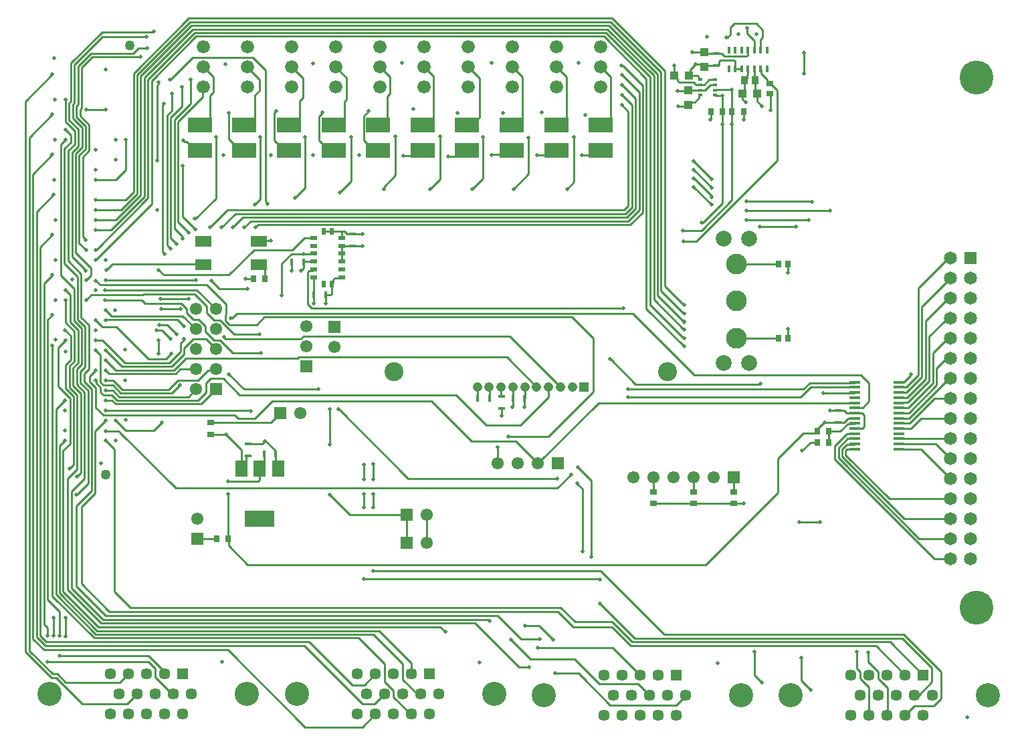
<source format=gtl>
G04*
G04 #@! TF.GenerationSoftware,Altium Limited,Altium Designer,20.0.10 (225)*
G04*
G04 Layer_Physical_Order=1*
G04 Layer_Color=255*
%FSLAX25Y25*%
%MOIN*%
G70*
G01*
G75*
%ADD12C,0.01000*%
%ADD54R,0.12000X0.07600*%
%ADD55R,0.01929X0.01772*%
%ADD56R,0.05800X0.01400*%
%ADD57R,0.05906X0.07874*%
%ADD58R,0.14961X0.07874*%
%ADD59R,0.03400X0.02200*%
%ADD60R,0.02200X0.03400*%
%ADD61R,0.07874X0.05512*%
%ADD62R,0.01575X0.03307*%
%ADD63R,0.01772X0.03347*%
%ADD64R,0.03347X0.01772*%
%ADD65R,0.03150X0.03543*%
%ADD66R,0.02756X0.03543*%
%ADD67R,0.03347X0.02756*%
%ADD68R,0.04331X0.04331*%
%ADD69R,0.04331X0.04331*%
%ADD70R,0.03543X0.03937*%
%ADD71R,0.03543X0.02756*%
%ADD72C,0.02000*%
%ADD73C,0.05000*%
%ADD74C,0.09449*%
%ADD75C,0.04756*%
%ADD76R,0.04756X0.04756*%
%ADD77C,0.12000*%
%ADD78C,0.05700*%
%ADD79R,0.05700X0.05700*%
%ADD80C,0.06600*%
%ADD81C,0.07900*%
%ADD82C,0.10300*%
%ADD83C,0.06496*%
%ADD84R,0.06496X0.06496*%
%ADD85R,0.06102X0.06102*%
%ADD86C,0.06102*%
%ADD87C,0.16900*%
%ADD88R,0.06102X0.06102*%
D12*
X142681Y249500D02*
G03*
X141319Y249500I-681J-4500D01*
G01*
X387700Y147300D02*
X397900D01*
X389900Y371000D02*
Y381200D01*
X376600Y327700D02*
Y362656D01*
X373295Y365961D02*
X376600Y362656D01*
X336300Y287400D02*
X376600Y327700D01*
X372705Y365961D02*
X373295D01*
X347673Y375433D02*
Y376914D01*
X348259Y377500D02*
X355202D01*
X347673Y376914D02*
X348259Y377500D01*
X355787Y373224D02*
Y376914D01*
X355202Y377500D02*
X355787Y376914D01*
X68500Y273000D02*
X71000Y270500D01*
X103500D01*
X87500Y263000D02*
X97000Y253500D01*
X41600Y263000D02*
X87500D01*
X61735Y256400D02*
X79617D01*
X60643Y260500D02*
X61143Y261000D01*
X79617Y256400D02*
X82371Y253646D01*
X60135Y258000D02*
X61735Y256400D01*
X86273Y261000D02*
X92449Y254824D01*
X69346Y258700D02*
X83500D01*
X61143Y261000D02*
X86273D01*
X37000Y267700D02*
X39200Y265500D01*
X92500D01*
X102000Y256000D01*
X159737Y269105D02*
X160037Y269405D01*
X156205Y269105D02*
X159737D01*
X154724Y266047D02*
X155324Y266647D01*
Y268224D01*
X156205Y269105D01*
X154724Y261133D02*
Y266047D01*
X85200Y379100D02*
X115200D01*
X74107Y368093D02*
X74193D01*
X85200Y379100D01*
X121600Y307286D02*
Y372700D01*
X115200Y379100D02*
X121600Y372700D01*
X112800Y373900D02*
Y374153D01*
X118700Y362489D02*
Y368000D01*
X112800Y373900D02*
X118700Y368000D01*
X140430Y358880D02*
Y368523D01*
X134800Y374153D02*
X140430Y368523D01*
X161900Y357833D02*
Y368876D01*
X156800Y373976D02*
Y374153D01*
Y373976D02*
X161900Y368876D01*
X183600Y361072D02*
Y369353D01*
X178800Y374153D02*
X183600Y369353D01*
X200800Y374153D02*
X200800D01*
X205400Y348500D02*
Y369553D01*
X200800Y374153D02*
X205400Y369553D01*
X222800Y374153D02*
X228300Y368653D01*
Y349100D02*
Y368653D01*
X249700Y348500D02*
Y369253D01*
X244800Y374153D02*
X249700Y369253D01*
X293700Y348500D02*
Y369253D01*
X288800Y374153D02*
X293700Y369253D01*
X271800Y348500D02*
Y369153D01*
X266800Y374153D02*
X271800Y369153D01*
X40500Y244500D02*
X47504D01*
X37100Y247900D02*
X40500Y244500D01*
X47504D02*
X63504Y228500D01*
X68500Y231450D02*
Y238100D01*
X109745Y174886D02*
X111927Y177068D01*
Y180061D01*
X112313Y180447D02*
X113100D01*
X111927Y180061D02*
X112313Y180447D01*
X103000Y167600D02*
X118010D01*
X118800Y168390D01*
Y173902D01*
X120847Y175949D01*
X366543Y357157D02*
Y361000D01*
Y357157D02*
X368900Y354800D01*
Y354800D02*
Y354800D01*
X365657Y361886D02*
X366543Y361000D01*
X351300Y389077D02*
X352077D01*
X337717Y358916D02*
Y359776D01*
X338102Y360161D01*
X335580Y356780D02*
X337717Y358916D01*
X338102Y360161D02*
X338181D01*
X333823Y356780D02*
X335580D01*
X332157Y362200D02*
X332500Y362543D01*
X326900Y362200D02*
X332157D01*
X332402Y362445D02*
X332677Y362720D01*
X328071Y366500D02*
X335000D01*
X325457Y370000D02*
X327122Y368335D01*
Y367449D02*
Y368335D01*
Y367449D02*
X328071Y366500D01*
X332720Y369823D02*
X337012D01*
X337717Y369118D01*
Y368224D02*
Y369118D01*
Y368224D02*
X338102Y367839D01*
X338181D01*
X164225Y339275D02*
X164300Y339200D01*
X447221Y61100D02*
X453750Y67629D01*
X444900Y61100D02*
X447221D01*
X197300Y61500D02*
X199000D01*
X190000Y68800D02*
Y76500D01*
Y68800D02*
X197300Y61500D01*
X66550Y69950D02*
X75000Y61500D01*
X66550Y69950D02*
Y74450D01*
X75000Y61500D02*
X75700D01*
X17454Y69500D02*
X30454Y56500D01*
X52700D01*
X57700Y61500D01*
X49050Y67350D02*
X53200Y71500D01*
X22150Y67350D02*
X49050D01*
X18000Y71500D02*
X22150Y67350D01*
X15600Y71500D02*
X18000D01*
X4000Y83100D02*
X15600Y71500D01*
X4000Y83100D02*
Y339000D01*
X19000Y80500D02*
X63472D01*
X71200Y71500D02*
Y72772D01*
X63472Y80500D02*
X71200Y72772D01*
X63500Y77500D02*
X66550Y74450D01*
X13000Y77500D02*
X63500D01*
X15000Y69500D02*
X17454D01*
X2000Y82500D02*
X15000Y69500D01*
X2000Y82500D02*
Y357000D01*
X169900Y56500D02*
X176000D01*
X11919Y85500D02*
X140900D01*
X169900Y56500D01*
X165000Y66000D02*
X171000D01*
X12415Y87550D02*
X143450D01*
X165000Y66000D01*
X299572Y375128D02*
X309700Y365000D01*
X299028Y375128D02*
X299572D01*
X83272Y398500D02*
X294500Y398500D01*
X320700Y372300D01*
Y264900D02*
Y372300D01*
X84018Y396700D02*
X293700Y396700D01*
X318800Y262800D02*
Y371600D01*
X293700Y396700D02*
X318800Y371600D01*
X84763Y394900D02*
X292800Y394900D01*
X317000Y260400D02*
Y370700D01*
X292800Y394900D02*
X317000Y370700D01*
X292000Y393100D02*
X315200Y369900D01*
Y258300D02*
Y369900D01*
X291946Y393100D02*
X291946Y393100D01*
X292000D01*
X85509Y393100D02*
X291946D01*
X86254Y391300D02*
X291200Y391300D01*
X313300Y369200D01*
Y255700D02*
Y369200D01*
X311500Y253600D02*
Y368300D01*
X87000Y389500D02*
X290300Y389500D01*
X311500Y368300D01*
X286500Y330300D02*
X288800Y332600D01*
X279200Y330300D02*
X286500D01*
X234400Y330400D02*
X234521Y330521D01*
X241199D01*
X243278Y332600D01*
X257100Y330200D02*
X264189D01*
X266589Y332600D01*
X230000Y318600D02*
Y339400D01*
X224800Y313400D02*
X230000Y318600D01*
X32300Y258054D02*
X32300D01*
X34746Y260500D02*
X60643D01*
X32300Y258054D02*
X34746Y260500D01*
X26000Y176000D02*
Y209863D01*
X24000Y174000D02*
Y174000D01*
X26000Y176000D01*
X42000Y188000D02*
X46500Y183500D01*
Y112500D02*
Y183500D01*
X76850Y164150D02*
X267114D01*
X49111Y191889D02*
X76850Y164150D01*
X159806Y277229D02*
Y281166D01*
X334443Y381543D02*
X340500D01*
X334400Y381500D02*
X334443Y381543D01*
X373000Y361039D02*
X373300Y360739D01*
Y352500D02*
Y360739D01*
X371827Y360161D02*
X372705Y361039D01*
X359976Y348024D02*
X360000Y348000D01*
X372705Y361039D02*
X373000D01*
X352077Y389077D02*
X353500Y390500D01*
X239300Y200300D02*
Y203947D01*
X346500Y375047D02*
X347287D01*
X347673Y375433D01*
X341043Y375000D02*
X346453D01*
X346500Y375047D01*
X372711Y365961D02*
X373000D01*
X371833Y366839D02*
X372711Y365961D01*
X371833Y366839D02*
Y367967D01*
X368673Y371127D02*
X371833Y367967D01*
X368673Y371127D02*
Y372937D01*
X368386Y373224D02*
X368673Y372937D01*
X365500Y367500D02*
Y372960D01*
X331457Y354500D02*
X332457Y355500D01*
X118500Y287626D02*
X118626Y287500D01*
X162413Y291040D02*
X164912D01*
X159787Y292347D02*
X161106D01*
X164912Y291040D02*
X165000Y290953D01*
X161106Y292347D02*
X162413Y291040D01*
X121500Y187800D02*
X121740D01*
X113100Y186353D02*
X120053D01*
X121500Y187800D01*
X103220Y139017D02*
X103300Y138937D01*
Y135500D02*
X112800Y126000D01*
X103300Y135500D02*
Y138937D01*
X112800Y126000D02*
X341000D01*
X393200Y187000D02*
X396547D01*
X389100Y182900D02*
X389100D01*
X393200Y187000D01*
X377100Y179000D02*
X389700Y191600D01*
X341000Y126000D02*
X377100Y162100D01*
Y179000D01*
X396041Y191600D02*
X396500Y192059D01*
X389700Y191600D02*
X396041D01*
X396381Y192178D02*
Y193381D01*
X63504Y228500D02*
X71900D01*
X180600Y313400D02*
Y314400D01*
X158700Y311600D02*
Y311800D01*
X399700Y211800D02*
X415200D01*
X415300Y211900D01*
X385700Y294800D02*
X385850Y294650D01*
X361200Y297900D02*
X392200D01*
X361300Y302500D02*
X403100D01*
X242600Y190100D02*
X262799D01*
X285000Y212301D01*
X153600Y185900D02*
Y203600D01*
X153100Y161000D02*
X153700D01*
X163700Y151000D01*
X103500Y221000D02*
X111000Y213500D01*
X148000D01*
X368353Y216053D02*
X368441Y216141D01*
X293498Y228502D02*
X293698D01*
X306147Y216053D02*
X368353D01*
X293698Y228502D02*
X306147Y216053D01*
X305800Y89300D02*
X439021D01*
X288500Y106600D02*
X305800Y89300D01*
X94000Y359994D02*
X95600Y361594D01*
X88900Y345200D02*
X90700D01*
X94000Y348500D01*
Y359994D01*
X116300Y360089D02*
X118700Y362489D01*
X111111Y345200D02*
X113000D01*
X116300Y348500D01*
Y360089D01*
X133322Y345200D02*
X135522D01*
X138822Y348500D01*
Y357273D01*
X140430Y358880D01*
X161033Y356967D02*
X161900Y357833D01*
X182300Y359772D02*
X183600Y361072D01*
X175944Y343400D02*
X177744Y345200D01*
X182300Y348500D02*
Y359772D01*
X177744Y345200D02*
X179000D01*
X182300Y348500D01*
X202100Y345200D02*
X205400Y348500D01*
X199955Y345200D02*
X202100D01*
X288800D02*
X290400D01*
X293700Y348500D01*
X268500Y345200D02*
X271800Y348500D01*
X266589Y345200D02*
X268500D01*
X244378D02*
X246400D01*
X249700Y348500D01*
X329900Y287400D02*
X336300D01*
X338900Y292800D02*
X354047Y307947D01*
X329600Y292800D02*
X338900D01*
X151740Y260547D02*
X154139D01*
X154724Y261133D01*
X332500Y355457D02*
X333823Y356780D01*
X333480Y373080D02*
X335900Y375500D01*
X332543Y370000D02*
X333480Y370936D01*
Y373080D01*
X335900Y375500D02*
X339457D01*
X116289Y198900D02*
X124889Y207500D01*
X106285Y200500D02*
X107885Y198900D01*
X116289D01*
X94772Y196953D02*
X124453D01*
X129000Y201500D01*
X354047Y307947D02*
Y345744D01*
X339635Y296500D02*
X349500Y306364D01*
X339000Y296500D02*
X339635D01*
X54300Y104700D02*
X268800D01*
X276000Y97500D01*
X46500Y112500D02*
X54300Y104700D01*
X267200Y102800D02*
X275000Y95000D01*
X30000Y116500D02*
X43700Y102800D01*
X267200D01*
X237200Y100800D02*
X249000Y89000D01*
X27500Y115464D02*
X42164Y100800D01*
X237200D01*
X25000Y114429D02*
X40629Y98800D01*
X232429D01*
X233229Y98000D02*
X233500D01*
X232429Y98800D02*
X233229Y98000D01*
X226000Y97000D02*
X247900Y75100D01*
X39601Y97000D02*
X226000D01*
X23000Y113601D02*
X39601Y97000D01*
X276000Y97500D02*
X294354D01*
X304354Y87500D01*
X433000D01*
X203700Y313400D02*
X203800D01*
X208700Y318300D02*
Y339500D01*
X203800Y313400D02*
X208700Y318300D01*
X49546Y303000D02*
X57650Y311104D01*
X37000Y303000D02*
X49546D01*
X37000Y308000D02*
X52000D01*
X55850Y311850D01*
X47091Y298000D02*
X59450Y310359D01*
X37000Y298000D02*
X47091D01*
X37000Y293000D02*
X44637D01*
X61250Y309613D01*
X70200Y282300D02*
Y355014D01*
Y282300D02*
X71500Y281000D01*
X71100Y355914D02*
Y356100D01*
X70200Y355014D02*
X71100Y355914D01*
X72600Y285400D02*
X74500Y283500D01*
X78000Y297000D02*
Y347104D01*
X74400Y289100D02*
Y349050D01*
X72600Y349970D02*
X75152Y352523D01*
X74400Y289100D02*
X77500Y286000D01*
X74400Y349050D02*
X79900Y354550D01*
X72600Y285400D02*
Y349970D01*
X78000Y297000D02*
X83500Y291500D01*
X78000Y347104D02*
X90248Y359353D01*
X76200Y347850D02*
X84300Y355950D01*
X76200Y293800D02*
X80500Y289500D01*
X76200Y293800D02*
Y347850D01*
X37000Y204465D02*
X40964Y200500D01*
X37000Y204465D02*
Y214147D01*
X43007Y248300D02*
X77700D01*
X81000Y245000D02*
X81000D01*
X77700Y248300D02*
X81000Y245000D01*
X82371Y251692D02*
Y253646D01*
X69800Y253500D02*
X79264D01*
X79282Y253482D01*
X59351Y379251D02*
X59500Y379400D01*
X35397Y379251D02*
X59351D01*
X40964Y200500D02*
X106285D01*
X92449Y251615D02*
Y254824D01*
X37000Y283000D02*
X37182D01*
X63050Y308868D01*
X64850Y305850D02*
Y367350D01*
X37000Y278000D02*
X64850Y305850D01*
X59450Y310359D02*
Y369587D01*
X63050Y308868D02*
Y368096D01*
X61250Y309613D02*
Y368841D01*
X55850Y311850D02*
Y371078D01*
X57650Y311104D02*
Y370332D01*
X329840Y246960D02*
X330300Y246500D01*
X318800Y262800D02*
X330170Y251430D01*
X330000Y255600D02*
X330300D01*
X320700Y264900D02*
X330000Y255600D01*
X317000Y260400D02*
X330080Y247320D01*
X330200D01*
X329960Y239040D02*
X330200D01*
X313300Y255700D02*
X329960Y239040D01*
X311500Y253600D02*
X330200Y234900D01*
X315200Y258300D02*
X330500Y243000D01*
X330300Y246500D02*
X330500D01*
X299300Y360162D02*
Y360300D01*
X302400Y297400D02*
X307900Y302900D01*
X309700Y301800D02*
Y365000D01*
X303500Y295600D02*
X309700Y301800D01*
X299312Y370287D02*
X307900Y361700D01*
X299300Y360162D02*
X304300Y355163D01*
X301654Y299200D02*
X306100Y303646D01*
X307900Y302900D02*
Y361700D01*
X300909Y301000D02*
X304300Y304391D01*
X299325Y365275D02*
X306100Y358500D01*
Y303646D02*
Y358500D01*
X304300Y304391D02*
Y355163D01*
X142806Y255979D02*
X144835Y253950D01*
X142806Y255979D02*
Y272066D01*
X143432Y272692D01*
X144835Y253950D02*
X299950D01*
X299970Y253970D01*
X107351Y251351D02*
X304649D01*
X335400Y220600D01*
X418400D01*
X407200Y179254D02*
Y184400D01*
X409000Y183654D02*
X411446Y186100D01*
X411491Y183600D02*
X415100D01*
X407200Y184400D02*
X411639Y188839D01*
X411446Y186100D02*
X415100D01*
X409000Y180000D02*
Y183654D01*
X410818Y180727D02*
Y182927D01*
X411491Y183600D01*
X411639Y188839D02*
X415239D01*
X415300Y188900D01*
X415100Y183600D02*
X415300Y183800D01*
X98800Y263600D02*
X112700D01*
X94800Y267600D02*
X98800Y263600D01*
X108806Y210695D02*
X216705D01*
X231600Y195800D02*
X248800D01*
X216705Y210695D02*
X231600Y195800D01*
X262705Y209705D02*
Y214600D01*
X248800Y195800D02*
X262705Y209705D01*
X126367Y181586D02*
X126753Y181200D01*
X126367Y181586D02*
Y183173D01*
X121740Y187800D02*
X126367Y183173D01*
X327400Y354500D02*
X331457D01*
X359457Y358043D02*
X361000Y356500D01*
X257500Y84700D02*
X294800D01*
X308500Y71000D01*
X368000Y294800D02*
X385700D01*
X361700Y307200D02*
X393900D01*
X394100Y307000D01*
X52000Y323000D02*
Y338000D01*
X68500Y366021D02*
Y366600D01*
X67600Y365121D02*
X68500Y366021D01*
X28200Y374600D02*
X34651Y381051D01*
X27400Y349300D02*
Y354773D01*
X28200Y355573D02*
Y374600D01*
X26400Y356319D02*
Y375400D01*
X29200Y353000D02*
X30000Y353800D01*
X27400Y354773D02*
X28200Y355573D01*
X26400Y375400D02*
X40300Y389300D01*
X25600Y355519D02*
X26400Y356319D01*
X24600Y357065D02*
Y376146D01*
X29200Y350046D02*
Y353000D01*
X23800Y356264D02*
X24600Y357065D01*
Y376146D02*
X40254Y391800D01*
X30000Y353800D02*
Y373854D01*
X32352Y352952D02*
X32376Y352976D01*
X29200Y350046D02*
X33800Y345446D01*
X30000Y373854D02*
X35397Y379251D01*
X32376Y352976D02*
X41976D01*
X22000Y347000D02*
X26600Y342400D01*
X25600Y348546D02*
Y355519D01*
X23800Y347800D02*
Y356264D01*
X22000Y347000D02*
Y358000D01*
X335200Y318500D02*
X344200Y309500D01*
Y309300D02*
Y309500D01*
X58413Y383800D02*
X62800D01*
X55665Y381051D02*
X58413Y383800D01*
X34651Y381051D02*
X55665D01*
X65965Y391800D02*
X65982Y391818D01*
X40254Y391800D02*
X65965D01*
X155533Y345200D02*
X157733D01*
X161033Y348500D01*
Y356967D01*
X126122Y337600D02*
Y351214D01*
X127100Y352192D02*
Y352300D01*
X126122Y351214D02*
X127100Y352192D01*
X222167Y345200D02*
X225467Y348500D01*
X227700D01*
X228300Y349100D01*
X186500Y320300D02*
Y339400D01*
X186370Y339530D02*
X186500Y339400D01*
X170544Y349744D02*
X173100Y352300D01*
X170544Y337600D02*
Y349744D01*
Y337600D02*
X175544Y332600D01*
X148333Y349497D02*
X150000Y351164D01*
X148333Y337600D02*
Y349497D01*
Y337600D02*
X153333Y332600D01*
X150000Y351164D02*
Y351700D01*
X126122Y337600D02*
X131122Y332600D01*
X212700Y329600D02*
X219167D01*
X222167Y332600D01*
X197456Y330100D02*
X199955Y332600D01*
X190300Y330100D02*
X197456D01*
X275400Y316900D02*
Y339400D01*
X271900Y313400D02*
X275400Y316900D01*
X245265Y313400D02*
Y313400D01*
X252700Y320835D02*
Y339000D01*
X245265Y313400D02*
X252700Y320835D01*
X299200Y355250D02*
Y355250D01*
X302332Y304968D02*
Y352118D01*
X299200Y355250D02*
X302332Y352118D01*
X299200Y365275D02*
X299325D01*
X299200Y370287D02*
X299312D01*
X110450Y299200D02*
X301654D01*
X106575Y301000D02*
X300909D01*
X114325Y297400D02*
X302400D01*
X300263Y302900D02*
X302332Y304968D01*
X102800Y302900D02*
X300263D01*
X116800Y294264D02*
X118136Y295600D01*
X105450Y294200D02*
X110450Y299200D01*
X118136Y295600D02*
X303500D01*
X111125Y294200D02*
X114325Y297400D01*
X116800Y294200D02*
Y294264D01*
X121600Y307286D02*
X122700Y306186D01*
X119070Y308370D02*
Y339322D01*
X122700Y306100D02*
Y306186D01*
X103200Y338311D02*
Y351200D01*
Y338311D02*
X108911Y332600D01*
X96900Y308800D02*
Y339400D01*
X108911Y332600D02*
X111111D01*
X116500Y305800D02*
X119070Y308370D01*
X158700Y311800D02*
X164300Y317400D01*
Y339200D01*
X180600Y314400D02*
X186500Y320300D01*
X141281Y313881D02*
Y339322D01*
X136400Y309000D02*
X141281Y313881D01*
X86700Y298600D02*
X96900Y308800D01*
X86500Y298600D02*
X86700D01*
X94100Y294200D02*
X102800Y302900D01*
X99775Y294200D02*
X106575Y301000D01*
X252600Y339100D02*
X252700Y339000D01*
X75152Y352523D02*
Y360952D01*
X79900Y354550D02*
Y364400D01*
X84300Y355950D02*
Y367900D01*
X90248Y363601D02*
X90800Y364153D01*
X90248Y359353D02*
Y363601D01*
X90800Y374153D02*
X95600Y369353D01*
Y361594D02*
Y369353D01*
X115447Y268600D02*
X115547Y268700D01*
X111600Y268600D02*
X115447D01*
X115547Y268700D02*
X115547Y268700D01*
X86900Y268100D02*
X87000Y268000D01*
X80300Y299800D02*
X86800Y293300D01*
X80500Y288500D02*
Y289500D01*
X36800Y161800D02*
Y192800D01*
X42000Y198000D01*
Y192500D02*
X48526D01*
X30000Y155000D02*
X36800Y161800D01*
X41945Y192555D02*
X42000Y192500D01*
X80300Y299800D02*
Y324900D01*
X277039Y166461D02*
X279600Y163900D01*
X277039Y166461D02*
Y166650D01*
X170600Y119000D02*
X288300D01*
X288500Y118800D01*
X175300Y123100D02*
X288600D01*
X320400Y91300D01*
X279600Y132700D02*
Y163900D01*
X192700Y169000D02*
X267000D01*
X158000Y203500D02*
X158200D01*
X192700Y169000D01*
X114085Y202809D02*
X114319Y202575D01*
X42191Y202809D02*
X114085D01*
X42000Y203000D02*
X42191Y202809D01*
X124889Y207500D02*
X204500D01*
X46846Y206200D02*
X89700D01*
X45046Y208000D02*
X46846Y206200D01*
X45600Y215500D02*
X49500Y211600D01*
X88000Y208000D02*
X92000Y212000D01*
X48600Y209800D02*
X83300D01*
X50500Y213400D02*
X73200D01*
X47591Y208000D02*
X88000D01*
X73200Y213400D02*
X77900Y218100D01*
X45550Y212850D02*
X48600Y209800D01*
X83300D02*
X87000Y213500D01*
X75000Y211600D02*
X79000Y215600D01*
X45800Y218100D02*
X50500Y213400D01*
X49500Y211600D02*
X75000D01*
X89700Y206200D02*
X97000Y213500D01*
X45091Y210500D02*
X47591Y208000D01*
X41700Y258000D02*
X60135D01*
X15400Y110452D02*
Y235100D01*
X15500Y235200D01*
X5800Y89073D02*
Y320800D01*
Y89073D02*
X11373Y83500D01*
X103000D01*
X7600Y89819D02*
Y302100D01*
Y89819D02*
X11919Y85500D01*
X13000Y248000D02*
X15500Y250500D01*
X13000Y108500D02*
Y248000D01*
Y108500D02*
X19000Y102500D01*
X11200Y96300D02*
Y266200D01*
Y96300D02*
X13000Y94500D01*
X11200Y266200D02*
X15400Y270400D01*
X9400Y90565D02*
Y284400D01*
Y90565D02*
X12415Y87550D01*
X9400Y284400D02*
X15500Y290500D01*
X7600Y302100D02*
X16000Y310500D01*
X5800Y320800D02*
X15500Y330500D01*
X18400Y214836D02*
Y234300D01*
Y214836D02*
X24200Y209035D01*
X18400Y234300D02*
X22000Y237900D01*
X24600Y228237D02*
Y240300D01*
X21800Y243100D02*
X24600Y240300D01*
X21900Y246863D02*
Y257900D01*
Y246863D02*
X26400Y242363D01*
X22000Y263000D02*
X24400Y260600D01*
Y246909D02*
Y260600D01*
Y246909D02*
X28200Y243109D01*
X19700Y270300D02*
X26200Y263800D01*
Y247654D02*
Y263800D01*
Y247654D02*
X30000Y243854D01*
X21500Y276200D02*
X28000Y269700D01*
Y248400D02*
Y269700D01*
Y248400D02*
X31800Y244600D01*
X23300Y277600D02*
X29800Y271100D01*
Y249300D02*
Y271100D01*
Y249300D02*
X33600Y245500D01*
X22000Y263000D02*
Y263100D01*
X15400Y270400D02*
Y270500D01*
X25200Y279800D02*
X31900Y273100D01*
Y272700D02*
Y273100D01*
X32300Y268000D02*
Y268100D01*
X34600Y270400D01*
X42200Y273000D02*
X42300D01*
X45300Y276000D01*
X90315D01*
X42000Y268100D02*
X86900D01*
X406953Y203000D02*
X407000Y202953D01*
X402900Y203000D02*
X406953D01*
X277600Y71900D02*
X280000Y69500D01*
X266000Y71900D02*
X277600D01*
X247900Y75100D02*
X252900D01*
X244000Y88500D02*
X253600Y78900D01*
X275600D01*
X288000Y66500D01*
X365400Y70900D02*
X368900Y67400D01*
X365400Y70900D02*
Y82800D01*
X250800Y209000D02*
X250847Y209047D01*
Y214553D01*
X250894Y214600D01*
X244895Y209000D02*
X244942Y209047D01*
Y214553D01*
X244989Y214600D01*
X239084Y210069D02*
X239300Y209853D01*
X239084Y210069D02*
Y214600D01*
X233215Y209137D02*
X233253Y209100D01*
X233215Y209137D02*
Y214563D01*
X233178Y214600D02*
X233215Y214563D01*
X227310Y209137D02*
X227347Y209100D01*
X227310Y209137D02*
Y214563D01*
X227272Y214600D02*
X227310Y214563D01*
X355000Y162853D02*
Y169500D01*
X335000Y162853D02*
Y169500D01*
X315000Y162453D02*
X315000Y162453D01*
X315000Y162853D02*
Y169500D01*
X163700Y151000D02*
X192000D01*
Y137100D02*
Y151000D01*
X202000Y137100D02*
Y151000D01*
X359953Y156547D02*
X360000Y156500D01*
X355000Y156547D02*
X359953D01*
X361486Y379500D02*
X362072Y380086D01*
Y382619D02*
X362087Y382634D01*
X362072Y380086D02*
Y382619D01*
X350500Y379500D02*
X361486D01*
X42136Y253000D02*
X45035Y250100D01*
X80400D02*
X87000Y243500D01*
X45035Y250100D02*
X80400D01*
X42000Y248000D02*
X42191Y248191D01*
X42898D01*
X43007Y248300D01*
X68800Y245700D02*
X72800D01*
X77500Y241000D01*
X42000Y253000D02*
X42136D01*
X77900Y218100D02*
X88100D01*
X42100D02*
X45800D01*
X40964Y215500D02*
X45600D01*
X42150Y212850D02*
X45550D01*
X42000Y213000D02*
X42150Y212850D01*
X40964Y210500D02*
X45091D01*
X42015Y208000D02*
X45046D01*
X70098Y242902D02*
X74500Y238500D01*
X67327Y242902D02*
X70098D01*
X42000Y218000D02*
X42100Y218100D01*
X88100D02*
X93035Y223035D01*
X49111Y191889D02*
Y191914D01*
X48526Y192500D02*
X49111Y191914D01*
X377162Y239100D02*
X377300Y238962D01*
X400200Y197100D02*
X406947D01*
X400100D02*
X400200D01*
X170700Y154700D02*
Y161200D01*
X175300Y154800D02*
Y161300D01*
X103153Y139100D02*
Y161347D01*
X103100Y161400D02*
X103153Y161347D01*
X415100Y198900D02*
X415300Y199100D01*
X411849Y198900D02*
X415100D01*
X409996Y197047D02*
X411849Y198900D01*
X407000Y197047D02*
X409996D01*
X407995Y192500D02*
X411895Y196400D01*
X415100D01*
X402453Y192500D02*
X407995D01*
X415100Y196400D02*
X415300Y196600D01*
X170600Y161300D02*
X170700Y161200D01*
X175300Y161300D02*
X175400Y161400D01*
X267114Y164150D02*
X273965Y171000D01*
X396381Y193381D02*
X400100Y197100D01*
X406947D02*
X407000Y197047D01*
X335168Y327232D02*
X344100Y318300D01*
Y318200D02*
Y318300D01*
X335168Y327232D02*
Y327407D01*
X335000Y323100D02*
X344200Y313900D01*
X343900Y305500D02*
X344000D01*
X335100Y314300D02*
X343900Y305500D01*
X349437Y345634D02*
X349500Y345571D01*
Y306364D02*
Y345571D01*
X320400Y91300D02*
X439567D01*
X353500Y390500D02*
Y394000D01*
X355500Y396000D01*
X366214D01*
X369500Y389101D02*
Y392714D01*
X366214Y396000D02*
X369500Y392714D01*
X361800Y390900D02*
Y393500D01*
X368386Y382634D02*
Y387986D01*
X369500Y389101D01*
X365236Y382634D02*
Y387464D01*
X361800Y390900D02*
X365236Y387464D01*
X368145Y382874D02*
X368386Y382634D01*
X389754Y213500D02*
X393054Y216800D01*
X415100D02*
X415300Y217000D01*
X393054Y216800D02*
X415100D01*
X418400Y220600D02*
X422500Y216500D01*
X302250Y213500D02*
X389754D01*
X388350Y209550D02*
X393300Y214500D01*
X415300D01*
X302250Y209550D02*
X388350D01*
X418050Y69298D02*
Y72602D01*
Y69298D02*
X422400Y64948D01*
X416262Y74389D02*
X418050Y72602D01*
X422400Y51100D02*
Y64948D01*
X416262Y74389D02*
Y82524D01*
X431400Y51100D02*
X431550Y51250D01*
X421962Y77689D02*
X427050Y72602D01*
X431550Y51250D02*
Y64798D01*
X421962Y77689D02*
Y82324D01*
X427050Y69298D02*
Y72602D01*
Y69298D02*
X431550Y64798D01*
X444949Y55649D02*
X454601D01*
X458250Y59298D01*
X440400Y51100D02*
X444949Y55649D01*
X458250Y59298D02*
Y72617D01*
X439567Y91300D02*
X458250Y72617D01*
X453750Y67629D02*
Y74571D01*
X439021Y89300D02*
X453750Y74571D01*
X303684Y85600D02*
X425900D01*
X440400Y71100D01*
X433000Y87500D02*
X449400Y71100D01*
X294284Y95000D02*
X303684Y85600D01*
X388762Y68338D02*
X393300Y63800D01*
X393400D01*
X388762Y68338D02*
Y79724D01*
X396381Y192178D02*
X396500Y192059D01*
X64850Y367350D02*
X87000Y389500D01*
X40300Y389300D02*
X62500D01*
X55850Y371078D02*
X83272Y398500D01*
X57650Y370332D02*
X84018Y396700D01*
X59450Y369587D02*
X84763Y394900D01*
X61250Y368841D02*
X85509Y393100D01*
X63050Y368096D02*
X86254Y391300D01*
X33800Y332663D02*
Y345446D01*
X30600Y329463D02*
X33800Y332663D01*
X27400Y349300D02*
X32000Y344700D01*
Y333409D02*
Y344700D01*
X28800Y330209D02*
X32000Y333409D01*
X27000Y330954D02*
X30200Y334154D01*
Y343946D01*
X25600Y348546D02*
X30200Y343946D01*
X28300Y334800D02*
Y334954D01*
X28400Y335054D01*
Y343200D01*
X23800Y347800D02*
X28400Y343200D01*
X23300Y332500D02*
X26600Y335800D01*
Y342400D01*
X30600Y289671D02*
Y329463D01*
X32000Y288000D02*
Y288271D01*
X30600Y289671D02*
X32000Y288271D01*
X28800Y286300D02*
X32200Y282900D01*
X28800Y286300D02*
Y330209D01*
X27000Y281600D02*
Y330954D01*
X25200Y279800D02*
Y331700D01*
X28300Y334800D01*
X23300Y277600D02*
Y332500D01*
X19700Y335700D02*
X22000Y338000D01*
X21500Y333500D02*
X24600Y336600D01*
X19700Y270300D02*
Y335700D01*
X21500Y276200D02*
Y333500D01*
X24600Y336600D02*
Y340400D01*
X22000Y343000D02*
X24600Y340400D01*
X27000Y281600D02*
X34600Y274000D01*
Y270400D02*
Y274000D01*
X170600Y168800D02*
X170700Y168900D01*
Y175900D01*
X175300Y176200D02*
X175400Y176100D01*
Y168800D02*
Y176100D01*
X105336Y231600D02*
X119300D01*
X98885Y238051D02*
X105336Y231600D01*
X98885Y248051D02*
X105936Y241000D01*
X118800D01*
X101749Y238500D02*
X139064D01*
X140513Y239949D01*
X101749Y238500D02*
Y238671D01*
X101163Y239257D02*
X101749Y238671D01*
X101163Y239257D02*
Y239663D01*
X142681Y249500D02*
X274500D01*
X145811Y256274D02*
Y260524D01*
X104500Y248871D02*
X104871D01*
X145787Y256250D02*
X145811Y256274D01*
X121000Y249500D02*
X141319D01*
X104871Y248871D02*
X107351Y251351D01*
X117250Y245750D02*
X121000Y249500D01*
X140513Y239949D02*
X243262D01*
X268611Y214600D01*
X92449Y251615D02*
X96013Y248051D01*
X101750Y247732D02*
Y250704D01*
Y247732D02*
X103732Y245750D01*
X96013Y248051D02*
X98885D01*
X103732Y245750D02*
X117250D01*
X102000Y250954D02*
Y256000D01*
X101750Y250704D02*
X102000Y250954D01*
X274500Y249500D02*
X285000Y239000D01*
X88480Y248457D02*
X91838Y245098D01*
Y242225D02*
Y245098D01*
X82371Y251692D02*
X85607Y248457D01*
X91838Y242225D02*
X96013Y238051D01*
X85607Y248457D02*
X88480D01*
X96013Y238051D02*
X98885D01*
X33600Y223600D02*
Y245500D01*
X26400Y227491D02*
Y242363D01*
X28200Y226746D02*
Y243109D01*
X31800Y224800D02*
Y244600D01*
X30000Y226000D02*
Y243854D01*
X31200Y221200D02*
X33600Y223600D01*
X29400Y222400D02*
X31800Y224800D01*
X71900Y228500D02*
X74561Y231161D01*
Y231450D01*
X75850Y228850D02*
X75850D01*
X73700Y226700D02*
X75850Y228850D01*
X79200Y232200D02*
Y236411D01*
X40500Y238000D02*
X51800Y226700D01*
X75850Y228850D02*
X79200Y232200D01*
X51800Y226700D02*
X73700D01*
X126753Y175004D02*
Y180600D01*
Y175004D02*
X127855Y173902D01*
X120847Y175949D02*
Y180600D01*
X109745Y174886D02*
Y183255D01*
Y173902D02*
Y174886D01*
X134579Y281047D02*
X140787D01*
X129800Y260400D02*
Y276269D01*
X134579Y281047D01*
X139287Y272547D02*
X139459D01*
X143432Y272692D02*
X145106D01*
X139459Y272547D02*
X140740Y273828D01*
X121453Y268700D02*
Y273339D01*
X119197Y275594D02*
X121453Y273339D01*
X118280Y275594D02*
X119197D01*
X102000Y191000D02*
X109745Y183255D01*
X67600Y327600D02*
Y365121D01*
X47000Y318000D02*
X52000Y323000D01*
X37000Y318000D02*
X47000D01*
X80900Y337400D02*
X81200D01*
X80900D02*
X81187Y337113D01*
X81200Y337400D02*
X81387Y337213D01*
X81187Y337113D02*
X82187D01*
X86700Y332600D01*
X103500Y270500D02*
X116000Y283000D01*
X354047Y345744D02*
Y352000D01*
X131122Y332600D02*
X133322D01*
X153333D02*
X155533D01*
X175544D02*
X177744D01*
X197756D02*
X199955D01*
X86700D02*
X88900D01*
X284000Y130000D02*
Y168000D01*
X277500Y174500D02*
X284000Y168000D01*
X94500Y191047D02*
X101953D01*
X102000Y191000D01*
X37000Y218018D02*
X37191Y217827D01*
X39500Y216965D02*
X40964Y215500D01*
X39500Y211965D02*
Y214419D01*
X37191Y216728D02*
Y217827D01*
Y216728D02*
X39500Y214419D01*
X37000Y233000D02*
X39500Y230500D01*
Y216965D02*
Y230500D01*
X66000Y193000D02*
X70000Y197000D01*
X35879Y215268D02*
X35879D01*
X37000Y214147D01*
X275000Y95000D02*
X294284D01*
X315000Y156547D02*
X315000Y156547D01*
X335000D02*
X355000D01*
X249000Y89000D02*
X258500D01*
X208836Y95000D02*
X211229Y92607D01*
X38489Y95000D02*
X208836D01*
X258000Y95500D02*
X265000Y88500D01*
X251000Y95500D02*
X258000D01*
X316500Y71000D02*
X317500D01*
X20800Y112689D02*
X38489Y95000D01*
X178400Y93100D02*
X194500Y77000D01*
X37844Y93100D02*
X178400D01*
X194500Y71500D02*
Y77000D01*
X280000Y69500D02*
X293500Y56000D01*
X79046Y223500D02*
X87000D01*
X76846Y221300D02*
X79046Y223500D01*
X42000Y228000D02*
X46900Y223100D01*
X76100D02*
X81949Y228949D01*
X42136Y223000D02*
X43835Y221300D01*
X81949Y228949D02*
X137725D01*
X42000Y223000D02*
X42136D01*
X43835Y221300D02*
X76846D01*
X46900Y223100D02*
X76100D01*
X287800Y206800D02*
X415300D01*
X285000Y212301D02*
Y239000D01*
X151764Y256274D02*
Y260524D01*
X359976Y348024D02*
Y351976D01*
X141040Y289040D02*
X145706D01*
X90315Y276000D02*
X90720Y275594D01*
X135000Y283000D02*
X141040Y289040D01*
X116000Y283000D02*
X135000D01*
X419200Y204200D02*
X422500Y207500D01*
X415300Y204200D02*
X419200D01*
X422500Y207500D02*
Y216500D01*
X145811Y260524D02*
X145835Y260547D01*
X81000Y238211D02*
Y238500D01*
X79200Y236411D02*
X81000Y238211D01*
X257500Y176500D02*
X287800Y206800D01*
X224500Y187500D02*
X246500D01*
X204500Y207500D02*
X224500Y187500D01*
X246500D02*
X257500Y176500D01*
X332457Y355500D02*
X332500Y355457D01*
X325500Y370043D02*
Y375000D01*
X325457Y370000D02*
X325500Y370043D01*
X95115Y218949D02*
X100551D01*
X108806Y210695D01*
X349437Y345634D02*
Y351984D01*
X345980Y360000D02*
X349500D01*
X349476Y359976D02*
X349500Y360000D01*
X354000Y363000D02*
X354024Y362976D01*
X346098Y363000D02*
X354000D01*
X349437Y351984D02*
X349453Y352000D01*
X345819Y360161D02*
X345980Y360000D01*
X345819Y362720D02*
X346098Y363000D01*
X349476Y352024D02*
Y359976D01*
X359953Y352000D02*
X359976Y351976D01*
X339457Y375500D02*
X340500Y374457D01*
X50100Y224900D02*
X74900D01*
X77050Y227050D02*
X77050D01*
X74900Y224900D02*
X77050Y227050D01*
X42018Y232982D02*
X50100Y224900D01*
X41982Y232982D02*
X42018D01*
X37000Y238000D02*
X40500D01*
X85564Y238500D02*
X92000D01*
X81000Y231000D02*
Y233936D01*
X85564Y238500D01*
X137725Y228949D02*
X138328Y229551D01*
X241849D01*
X256800Y214600D01*
X77050Y227050D02*
X81000Y231000D01*
X52000Y193000D02*
X66000D01*
X92000Y238500D02*
X97000Y233500D01*
X34000Y220000D02*
X37000Y223000D01*
X34000Y217147D02*
Y220000D01*
X29400Y216656D02*
X33200Y212856D01*
X29400Y216656D02*
Y222400D01*
X31200Y217402D02*
X35000Y213602D01*
Y162954D02*
Y213602D01*
X33200Y166700D02*
Y212856D01*
X34000Y217147D02*
X35879Y215268D01*
X31200Y217402D02*
Y221200D01*
X95064Y219000D02*
X95115Y218949D01*
X94276Y219000D02*
X95064D01*
X92000Y216724D02*
X94276Y219000D01*
X92000Y212000D02*
Y216724D01*
X39500Y211965D02*
X40964Y210500D01*
X96535Y223035D02*
X97000Y223500D01*
X93035Y223035D02*
X96535D01*
X19000Y111944D02*
X37844Y93100D01*
X37098Y91300D02*
X175200D01*
X190000Y76500D01*
X36353Y89500D02*
X168000D01*
X181000Y76500D01*
X17200Y111198D02*
X37098Y91300D01*
X15400Y110452D02*
X36353Y89500D01*
X171000Y66000D02*
X176500Y71500D01*
X141500Y45000D02*
X170000D01*
X185350Y59998D02*
X193848Y51500D01*
X185350Y59998D02*
Y63302D01*
X181000Y67652D02*
X185350Y63302D01*
X181000Y67652D02*
Y76500D01*
X193848Y51500D02*
X194500D01*
X176000Y56500D02*
X181000Y61500D01*
X103000Y83500D02*
X141500Y45000D01*
X170000D02*
X176500Y51500D01*
X19000Y90500D02*
Y102500D01*
X16000Y90500D02*
Y99500D01*
X22000Y90500D02*
Y99500D01*
X21997Y90497D02*
X22000Y90500D01*
X21997Y90376D02*
Y90497D01*
X13000Y90500D02*
Y94500D01*
X118626Y287500D02*
X124500D01*
X118280Y287405D02*
X118500Y287626D01*
X27597Y169965D02*
X27694D01*
X29600Y171871D01*
X25000Y162500D02*
X31400Y168900D01*
X25000Y114429D02*
Y162500D01*
X31400Y168900D02*
Y212100D01*
X27500Y161036D02*
X27536D01*
X33200Y166700D01*
X326500Y56000D02*
X331000Y60500D01*
Y61000D01*
X293500Y56000D02*
X326500D01*
X165024Y285024D02*
X169976D01*
X30000Y116500D02*
Y155000D01*
X27500Y155454D02*
X35000Y162954D01*
X27600Y215900D02*
X31400Y212100D01*
X23000Y169000D02*
X27800Y173800D01*
X24200Y186382D02*
Y209035D01*
X22000Y213863D02*
X26000Y209863D01*
X19000Y185300D02*
X21700Y188000D01*
X29600Y171871D02*
Y211354D01*
X27800Y173800D02*
Y210609D01*
X25800Y215154D02*
X29600Y211354D01*
X24000Y214409D02*
X27800Y210609D01*
X17200Y203500D02*
X21700Y208000D01*
X20800Y182982D02*
X24200Y186382D01*
X47000Y198000D02*
X52000Y193000D01*
X27500Y115464D02*
Y155454D01*
X22000Y213863D02*
Y225637D01*
X24600Y228237D01*
X25800Y215154D02*
Y224346D01*
X24000Y225091D02*
X26400Y227491D01*
X24000Y214409D02*
Y225091D01*
X27600Y223600D02*
X30000Y226000D01*
X25800Y224346D02*
X28200Y226746D01*
X27600Y215900D02*
Y223600D01*
X17200Y111198D02*
Y203500D01*
X23000Y113601D02*
Y169000D01*
X20800Y112689D02*
Y182982D01*
X19000Y111944D02*
Y185300D01*
X2000Y357000D02*
X15500Y370500D01*
X4000Y339000D02*
X15500Y350500D01*
X80200Y71500D02*
X80200Y71500D01*
X203500Y71500D02*
X203500Y71500D01*
X288000Y66500D02*
X307500D01*
X313000Y61000D01*
X237500Y176500D02*
Y184500D01*
X250800Y204500D02*
Y209000D01*
X382000Y275938D02*
X382162Y276100D01*
X382000Y271500D02*
Y275938D01*
Y239262D02*
X382162Y239100D01*
X382000Y239262D02*
Y243500D01*
X244800Y204500D02*
X244847Y204547D01*
Y208953D01*
X343500Y348000D02*
X343524Y348024D01*
Y351976D01*
X165024Y290976D02*
X169976D01*
X145835Y260547D02*
Y269226D01*
X150787Y292347D02*
X154724D01*
X145647Y281106D02*
X145706Y281166D01*
X140847Y281106D02*
X145647D01*
X160337Y285075D02*
X164972D01*
X145106Y272692D02*
X145706Y273292D01*
X140922Y277229D02*
X145706D01*
Y269355D02*
X145835Y269226D01*
X134787Y272547D02*
X134811Y272571D01*
Y277024D02*
X134835Y277047D01*
X134811Y272571D02*
Y277024D01*
X140787Y281047D02*
X140847Y281106D01*
X140740Y273828D02*
Y277047D01*
X140922Y277229D01*
X151740Y260547D02*
X151764Y260524D01*
X159806Y289040D02*
Y292329D01*
X159787Y292347D02*
X159806Y292329D01*
X154724Y292347D02*
X159787D01*
X159806Y281166D02*
Y285103D01*
X164972Y285075D02*
X165000Y285047D01*
X410818Y180727D02*
X432546Y159000D01*
X405400Y185400D02*
X411200Y191200D01*
X405400Y178509D02*
Y185400D01*
X411200Y191200D02*
X415100D01*
X407200Y179254D02*
X447454Y139000D01*
X409000Y180000D02*
X440000Y149000D01*
X405400Y178509D02*
X454909Y129000D01*
X415100Y191200D02*
X415300Y191400D01*
X454909Y129000D02*
X463000D01*
X440000Y149000D02*
X463000D01*
X447454Y139000D02*
X463000D01*
X415300Y194000D02*
X419000D01*
X420000Y195000D02*
Y200500D01*
X419000Y194000D02*
X420000Y195000D01*
X415300Y201700D02*
X415500Y201500D01*
X419000D01*
X420000Y200500D01*
X437500Y217000D02*
X439700D01*
X443500Y220800D01*
Y221000D01*
X441150Y212100D02*
X448800Y219750D01*
X456000Y215515D02*
Y224000D01*
X448800Y254800D02*
X463000Y269000D01*
X452400Y217572D02*
Y239900D01*
X440921Y214700D02*
X447000Y220779D01*
X454200Y216543D02*
Y231700D01*
X441400Y209400D02*
X450600Y218600D01*
X452400Y239900D02*
X459893Y247393D01*
X447000Y220779D02*
Y264000D01*
X462000Y279000D01*
X450600Y218600D02*
Y247600D01*
X456000Y224000D02*
X459948Y227948D01*
X442185Y201700D02*
X456000Y215515D01*
X448800Y219750D02*
Y254800D01*
X454200Y231700D02*
X459893Y237393D01*
X450600Y247600D02*
X462000Y259000D01*
X441900Y204243D02*
X454200Y216543D01*
X441828Y207000D02*
X452400Y217572D01*
X461948Y227948D02*
X463000Y229000D01*
X459948Y227948D02*
X461948D01*
X402453Y192500D02*
X402453Y192500D01*
X402453Y186000D02*
Y191500D01*
X402453Y191500D01*
X410047Y202953D02*
X411300Y201700D01*
X415300D01*
X407000Y202953D02*
X410047D01*
X142000Y245000D02*
X142469Y245469D01*
X437500Y188900D02*
X437550Y188950D01*
X462950D02*
X463000Y189000D01*
X437550Y188950D02*
X462950D01*
X455700Y186300D02*
X463000Y179000D01*
X448200Y183800D02*
X463000Y169000D01*
X437500Y183800D02*
X448200D01*
X437500Y186300D02*
X455700D01*
X244847Y208953D02*
X244895Y209000D01*
X343524Y351976D02*
X343547Y352000D01*
X336221Y365280D02*
X338181D01*
X340280D01*
X341398Y389461D02*
X341803D01*
X354024Y352024D02*
X354047Y352000D01*
X354024Y352024D02*
Y362976D01*
X349453Y352000D02*
X349476Y352024D01*
X332677Y362720D02*
X338181D01*
X340721D01*
X335000Y366500D02*
X336221Y365280D01*
X340280D02*
X342839Y367839D01*
X343280Y365280D02*
X345819D01*
X340721Y362720D02*
X343280Y365280D01*
X342839Y367839D02*
X345819D01*
X332543Y370000D02*
X332720Y369823D01*
X359457Y358043D02*
Y361000D01*
X346453Y381000D02*
X346500Y380953D01*
X340500Y381543D02*
X341043Y381000D01*
X346453D01*
X340500Y374457D02*
X341043Y375000D01*
X346500Y380953D02*
X346547Y381000D01*
X349000D01*
X350500Y379500D01*
X360343Y361886D02*
Y367500D01*
X359457Y361000D02*
X360343Y361886D01*
X365657Y361886D02*
Y367500D01*
X362087Y370587D02*
Y373224D01*
X360343Y367500D02*
X361614Y368772D01*
Y370114D01*
X362087Y370587D01*
X365236Y373224D02*
X365500Y372960D01*
X87700Y139100D02*
X87700Y139100D01*
X97247D01*
X118280Y275594D02*
X118453Y275421D01*
X233324Y213029D02*
X233395Y213100D01*
X356300Y239100D02*
X377162D01*
X356300Y276100D02*
X377438D01*
X315000Y156547D02*
X335000D01*
X415100Y186100D02*
X415300Y186300D01*
X437300Y216800D02*
X437500Y217000D01*
X366250Y366908D02*
X366500Y366657D01*
X355787Y373224D02*
X358937D01*
X227418Y213029D02*
X227489Y213100D01*
X355000Y162453D02*
X355000Y162453D01*
X335000Y162453D02*
X335000Y162453D01*
X203500Y51500D02*
X204152D01*
X448500Y199000D02*
X463000D01*
X437500Y194000D02*
X443500D01*
X448500Y199000D01*
X459405Y216091D02*
X462314Y219000D01*
X463000D01*
X459405Y216091D02*
Y216091D01*
X442414Y199100D02*
X459405Y216091D01*
X461513Y239000D02*
X463000D01*
X459905Y237393D02*
X461513Y239000D01*
X459893Y237393D02*
X459905D01*
X461513Y249000D02*
X463000D01*
X459893Y247393D02*
X459905D01*
X461513Y249000D01*
X462000Y259000D02*
X463000D01*
X462000Y279000D02*
X463000D01*
X432546Y159000D02*
X463000D01*
X462929Y208929D02*
X463000Y209000D01*
X455071Y208929D02*
X462929D01*
X437500Y196600D02*
X442742D01*
X455071Y208929D01*
X437500Y199100D02*
X442414D01*
X437500Y201700D02*
X442185D01*
X437500Y204200D02*
X437543Y204243D01*
X441900D01*
X437500Y206800D02*
X437700Y207000D01*
X441828D01*
X437500Y209400D02*
X441400D01*
X437500Y211900D02*
X437700Y212100D01*
X441150D01*
X437500Y214500D02*
X437700Y214700D01*
X440921D01*
D54*
X88900Y345200D02*
D03*
Y332600D02*
D03*
X111111Y345200D02*
D03*
Y332600D02*
D03*
X133322Y345200D02*
D03*
Y332600D02*
D03*
X155533Y345200D02*
D03*
Y332600D02*
D03*
X177744Y345200D02*
D03*
Y332600D02*
D03*
X199955Y345200D02*
D03*
Y332600D02*
D03*
X222167Y345200D02*
D03*
Y332600D02*
D03*
X244378Y345200D02*
D03*
Y332600D02*
D03*
X266589Y345200D02*
D03*
Y332600D02*
D03*
X288800Y345200D02*
D03*
Y332600D02*
D03*
D55*
X345819Y362720D02*
D03*
Y365280D02*
D03*
Y367839D02*
D03*
Y360161D02*
D03*
X338181Y362720D02*
D03*
Y365280D02*
D03*
Y367839D02*
D03*
Y360161D02*
D03*
D56*
X437500Y183800D02*
D03*
Y186300D02*
D03*
Y188900D02*
D03*
Y191400D02*
D03*
Y194000D02*
D03*
Y196600D02*
D03*
Y199100D02*
D03*
Y201700D02*
D03*
Y204200D02*
D03*
Y206800D02*
D03*
Y209400D02*
D03*
Y211900D02*
D03*
Y214500D02*
D03*
Y217000D02*
D03*
X415300D02*
D03*
Y214500D02*
D03*
Y211900D02*
D03*
Y209400D02*
D03*
Y206800D02*
D03*
Y204200D02*
D03*
Y201700D02*
D03*
Y199100D02*
D03*
Y196600D02*
D03*
Y194000D02*
D03*
Y191400D02*
D03*
Y188900D02*
D03*
Y186300D02*
D03*
Y183800D02*
D03*
D57*
X118800Y173902D02*
D03*
X127855D02*
D03*
X109745D02*
D03*
D58*
X118800Y149098D02*
D03*
D59*
X145706Y289040D02*
D03*
Y285103D02*
D03*
Y281166D02*
D03*
Y277229D02*
D03*
Y273292D02*
D03*
Y269355D02*
D03*
X159806D02*
D03*
Y273292D02*
D03*
Y277229D02*
D03*
Y281166D02*
D03*
Y285103D02*
D03*
Y289040D02*
D03*
D60*
X150787Y266047D02*
D03*
X154724D02*
D03*
Y292347D02*
D03*
X150787D02*
D03*
D61*
X90720Y275594D02*
D03*
Y287405D02*
D03*
X118280D02*
D03*
Y275594D02*
D03*
D62*
X371535Y373224D02*
D03*
X368386D02*
D03*
X365236D02*
D03*
X362087D02*
D03*
X358937D02*
D03*
X355787D02*
D03*
X352638D02*
D03*
Y382634D02*
D03*
X355787D02*
D03*
X358937D02*
D03*
X362087D02*
D03*
X365236D02*
D03*
X368386D02*
D03*
X371535D02*
D03*
D63*
X126753Y181200D02*
D03*
X120847D02*
D03*
X145835Y260547D02*
D03*
X151740D02*
D03*
X140740Y277047D02*
D03*
X134835D02*
D03*
X250800Y209000D02*
D03*
X244895D02*
D03*
X227347Y209100D02*
D03*
X233253D02*
D03*
D64*
X113100Y186353D02*
D03*
Y180447D02*
D03*
X407000Y202953D02*
D03*
Y197047D02*
D03*
X165000Y290953D02*
D03*
Y285047D02*
D03*
X346500Y380953D02*
D03*
Y375047D02*
D03*
X239300Y203947D02*
D03*
Y209853D02*
D03*
D65*
X377438Y276100D02*
D03*
X382162D02*
D03*
X377438Y239100D02*
D03*
X382162D02*
D03*
D66*
X359953Y352000D02*
D03*
X354047D02*
D03*
X343547Y352000D02*
D03*
X349453D02*
D03*
X103153Y139100D02*
D03*
X97247D02*
D03*
X115547Y268700D02*
D03*
X121453D02*
D03*
X396547Y187000D02*
D03*
X402453D02*
D03*
X402453Y192500D02*
D03*
X396547D02*
D03*
D67*
X373000Y361039D02*
D03*
Y365961D02*
D03*
D68*
X340500Y374457D02*
D03*
Y381543D02*
D03*
X332500Y362543D02*
D03*
Y355457D02*
D03*
D69*
X359457Y361000D02*
D03*
X366543D02*
D03*
X332543Y370000D02*
D03*
X325457D02*
D03*
D70*
X365657Y367500D02*
D03*
X360343D02*
D03*
D71*
X355000Y156547D02*
D03*
Y162453D02*
D03*
X335000Y156547D02*
D03*
Y162453D02*
D03*
X315000Y156547D02*
D03*
Y162453D02*
D03*
X94500Y196953D02*
D03*
Y191047D02*
D03*
D72*
X397900Y147300D02*
D03*
X387700D02*
D03*
X389900Y381200D02*
D03*
Y371000D02*
D03*
X69346Y258700D02*
D03*
X83500D02*
D03*
X101800Y375653D02*
D03*
X68500Y238100D02*
D03*
X351300Y389000D02*
D03*
X326900Y362200D02*
D03*
X164225Y339275D02*
D03*
X299028Y375128D02*
D03*
X230133Y339353D02*
D03*
X334400Y381500D02*
D03*
X373300Y352500D02*
D03*
X360000Y348000D02*
D03*
X368900Y354800D02*
D03*
X239300Y200300D02*
D03*
X389100Y182900D02*
D03*
X158700Y311600D02*
D03*
X180600Y313400D02*
D03*
X399700Y211800D02*
D03*
X385850Y294650D02*
D03*
X392200Y297900D02*
D03*
X403100Y302500D02*
D03*
X242600Y190100D02*
D03*
X153600Y161000D02*
D03*
Y185900D02*
D03*
X368441Y216141D02*
D03*
X288500Y106600D02*
D03*
X329900Y287400D02*
D03*
X329600Y292800D02*
D03*
X339000Y296500D02*
D03*
X69800Y253500D02*
D03*
X59500Y379400D02*
D03*
X330200Y239040D02*
D03*
Y234900D02*
D03*
Y243180D02*
D03*
Y247320D02*
D03*
Y251460D02*
D03*
Y255600D02*
D03*
X299970Y253970D02*
D03*
X112700Y263600D02*
D03*
X121500Y187800D02*
D03*
X327400Y354500D02*
D03*
X361000Y356500D02*
D03*
X335900Y375500D02*
D03*
X80600Y337600D02*
D03*
X257500Y84700D02*
D03*
X368000Y294800D02*
D03*
X394100Y307000D02*
D03*
X361200Y297900D02*
D03*
Y302500D02*
D03*
Y307200D02*
D03*
X153600Y203500D02*
D03*
X52000Y338000D02*
D03*
X46900Y337900D02*
D03*
X41976Y352976D02*
D03*
X68500Y366600D02*
D03*
X32352Y352952D02*
D03*
X22000Y358000D02*
D03*
X62800Y383800D02*
D03*
X65982Y391818D02*
D03*
X259500Y351800D02*
D03*
X239900Y351400D02*
D03*
X217300D02*
D03*
X186370Y339530D02*
D03*
X195500Y353200D02*
D03*
X173100Y352300D02*
D03*
X150000Y351700D02*
D03*
X127100Y352300D02*
D03*
X212700Y329600D02*
D03*
X280900Y350400D02*
D03*
X279200Y330300D02*
D03*
X257100Y330200D02*
D03*
X234400Y330400D02*
D03*
X190300Y330100D02*
D03*
X224800Y313400D02*
D03*
X203700D02*
D03*
X299200Y355250D02*
D03*
Y370287D02*
D03*
Y365275D02*
D03*
Y360262D02*
D03*
X145500Y376100D02*
D03*
X168200Y330400D02*
D03*
X145300Y330300D02*
D03*
X119070Y339322D02*
D03*
X124400Y330200D02*
D03*
X100700Y330300D02*
D03*
X103200Y351200D02*
D03*
X96900Y339400D02*
D03*
X271900Y313400D02*
D03*
X245265D02*
D03*
X136400Y309000D02*
D03*
X122700Y306100D02*
D03*
X116500Y305800D02*
D03*
X86500Y298600D02*
D03*
X208700Y339500D02*
D03*
X111125Y294200D02*
D03*
X116800D02*
D03*
X252600Y339100D02*
D03*
X105450Y294200D02*
D03*
X71100Y356100D02*
D03*
X75152Y360952D02*
D03*
X79900Y364400D02*
D03*
X84311Y367991D02*
D03*
X94100Y294200D02*
D03*
X99775D02*
D03*
X111600Y268600D02*
D03*
X87000Y268000D02*
D03*
X83500Y291500D02*
D03*
X80500Y288500D02*
D03*
X77500Y286000D02*
D03*
X74500Y283500D02*
D03*
X42000Y188000D02*
D03*
X39600Y176700D02*
D03*
X41945Y192555D02*
D03*
X80300Y324900D02*
D03*
X141281Y339322D02*
D03*
X277039Y166650D02*
D03*
X170600Y119000D02*
D03*
X288500Y118800D02*
D03*
X279600Y132700D02*
D03*
X114319Y202575D02*
D03*
X41600Y263000D02*
D03*
X15500Y235200D02*
D03*
X17100Y238200D02*
D03*
X22000Y237900D02*
D03*
X21800Y243100D02*
D03*
X15500Y250500D02*
D03*
X16900Y258000D02*
D03*
X21900Y257900D02*
D03*
X22000Y263100D02*
D03*
X15400Y270500D02*
D03*
X31900Y272700D02*
D03*
X32300Y268000D02*
D03*
X37000Y267700D02*
D03*
X42200Y273000D02*
D03*
X42000Y268100D02*
D03*
X402900Y203000D02*
D03*
X266000Y71900D02*
D03*
X252900Y75100D02*
D03*
X471200Y49900D02*
D03*
X368900Y67400D02*
D03*
X16500Y378500D02*
D03*
X16799Y358116D02*
D03*
X37100Y333100D02*
D03*
X67600Y303000D02*
D03*
X37100Y263100D02*
D03*
X52000Y198200D02*
D03*
X360000Y156500D02*
D03*
X46800Y253100D02*
D03*
X68800Y245700D02*
D03*
X51800Y218000D02*
D03*
Y233150D02*
D03*
X67327Y242902D02*
D03*
X47000Y188000D02*
D03*
X42000Y278000D02*
D03*
X37000Y303000D02*
D03*
X37040Y322960D02*
D03*
X42000Y373000D02*
D03*
X400200Y197100D02*
D03*
X175300Y123100D02*
D03*
X103100Y161400D02*
D03*
X103000Y167600D02*
D03*
X170700Y154700D02*
D03*
X175300Y154800D02*
D03*
X175400Y161400D02*
D03*
X170600Y161300D02*
D03*
X344100Y318200D02*
D03*
X335168Y327407D02*
D03*
X335100Y323100D02*
D03*
Y318500D02*
D03*
Y314300D02*
D03*
X344000Y313900D02*
D03*
Y309300D02*
D03*
Y305500D02*
D03*
X86800Y293300D02*
D03*
X357500Y390550D02*
D03*
X361800Y393500D02*
D03*
X366500Y390500D02*
D03*
X416262Y82524D02*
D03*
X421962Y82324D02*
D03*
X365400Y82800D02*
D03*
X393400Y63800D02*
D03*
X388762Y79724D02*
D03*
X74107Y368093D02*
D03*
X62500Y389300D02*
D03*
X17000Y298000D02*
D03*
X25300Y268236D02*
D03*
X22000Y338000D02*
D03*
X32200Y282900D02*
D03*
X32000Y288000D02*
D03*
X347000Y77000D02*
D03*
X170600Y168800D02*
D03*
X170700Y175900D02*
D03*
X175400Y168800D02*
D03*
X175300Y176200D02*
D03*
X158000Y203500D02*
D03*
X119300Y231600D02*
D03*
X118800Y241000D02*
D03*
X145787Y256250D02*
D03*
X104500Y248871D02*
D03*
X101163Y239663D02*
D03*
X79282Y253482D02*
D03*
X41700Y258000D02*
D03*
X32300Y258054D02*
D03*
X79000Y215600D02*
D03*
X37100Y247900D02*
D03*
X15500Y330500D02*
D03*
X16000Y310500D02*
D03*
X17000Y278000D02*
D03*
X16500Y318000D02*
D03*
X15500Y290500D02*
D03*
X68500Y231450D02*
D03*
X74561D02*
D03*
X129800Y260400D02*
D03*
X139287Y272547D02*
D03*
X67600Y327600D02*
D03*
X94800Y267600D02*
D03*
X275400Y339400D02*
D03*
X284000Y130000D02*
D03*
X267000Y169000D02*
D03*
X277500Y174500D02*
D03*
X273965Y171000D02*
D03*
X148000Y213500D02*
D03*
X102000Y191000D02*
D03*
X42015Y208000D02*
D03*
X103500Y221000D02*
D03*
X37000Y218018D02*
D03*
X42000Y218000D02*
D03*
X37000Y233000D02*
D03*
X70000Y197000D02*
D03*
X42000Y203000D02*
D03*
X47000Y198000D02*
D03*
X42000Y213000D02*
D03*
X211229Y92607D02*
D03*
X233500Y98000D02*
D03*
X251000Y95500D02*
D03*
X258500Y89000D02*
D03*
X244000Y88500D02*
D03*
X265000D02*
D03*
X151764Y256274D02*
D03*
X354047Y345744D02*
D03*
X37000Y308000D02*
D03*
Y318000D02*
D03*
X68500Y273000D02*
D03*
X81000Y238500D02*
D03*
Y245000D02*
D03*
X302250Y213500D02*
D03*
Y209550D02*
D03*
X37000Y278000D02*
D03*
Y283000D02*
D03*
Y293000D02*
D03*
Y298000D02*
D03*
X293498Y228502D02*
D03*
X349437Y345634D02*
D03*
X349500Y360000D02*
D03*
X354000Y363000D02*
D03*
X325500Y375000D02*
D03*
X41982Y232982D02*
D03*
X37000Y238000D02*
D03*
X74500Y238500D02*
D03*
X77500Y241000D02*
D03*
X71500Y281000D02*
D03*
X37000Y223000D02*
D03*
X228500Y77273D02*
D03*
X100000Y77500D02*
D03*
X16000Y99500D02*
D03*
X22000D02*
D03*
X21997Y90376D02*
D03*
X19000Y90500D02*
D03*
X13000D02*
D03*
X16000D02*
D03*
X19000Y80500D02*
D03*
X13000Y77500D02*
D03*
X124500Y287500D02*
D03*
X27597Y169965D02*
D03*
X27500Y161036D02*
D03*
X24000Y174000D02*
D03*
X170000Y285000D02*
D03*
X42000Y198000D02*
D03*
X21700Y193000D02*
D03*
Y188000D02*
D03*
Y208000D02*
D03*
Y203000D02*
D03*
X22100Y232466D02*
D03*
X16750Y338000D02*
D03*
X37000Y243000D02*
D03*
X47000Y328000D02*
D03*
X22000Y343000D02*
D03*
X15500Y370500D02*
D03*
Y350500D02*
D03*
X42000Y228000D02*
D03*
X237500Y184500D02*
D03*
X250800Y204500D02*
D03*
X382000Y271500D02*
D03*
Y243500D02*
D03*
X42000Y253000D02*
D03*
Y248000D02*
D03*
Y223000D02*
D03*
X244800Y204500D02*
D03*
X343500Y348000D02*
D03*
X443500Y221000D02*
D03*
X170000Y291000D02*
D03*
X341803Y389461D02*
D03*
X140787Y281047D02*
D03*
X134787Y272547D02*
D03*
X189800Y376238D02*
D03*
X234300Y376153D02*
D03*
X277800D02*
D03*
D73*
X42000Y170949D02*
D03*
X54008Y385051D02*
D03*
D74*
X321957Y222277D02*
D03*
X185737D02*
D03*
D75*
X227272Y214600D02*
D03*
X233178D02*
D03*
X239084D02*
D03*
X244989D02*
D03*
X250894D02*
D03*
X256800D02*
D03*
X262705D02*
D03*
X268611D02*
D03*
X274517D02*
D03*
D76*
X280422D02*
D03*
D77*
X383200Y61100D02*
D03*
X481600D02*
D03*
X260300Y61000D02*
D03*
X358700D02*
D03*
X14000Y61500D02*
D03*
X112400D02*
D03*
X137300D02*
D03*
X235700D02*
D03*
D78*
X413400Y51100D02*
D03*
X422400D02*
D03*
X431400D02*
D03*
X440400D02*
D03*
X449400D02*
D03*
X417900Y61100D02*
D03*
X426900D02*
D03*
X435900D02*
D03*
X444900D02*
D03*
X453900D02*
D03*
X413400Y71100D02*
D03*
X422400D02*
D03*
X431400D02*
D03*
X440400D02*
D03*
X290500Y51000D02*
D03*
X299500D02*
D03*
X308500D02*
D03*
X317500D02*
D03*
X326500D02*
D03*
X295000Y61000D02*
D03*
X304000D02*
D03*
X313000D02*
D03*
X322000D02*
D03*
X331000D02*
D03*
X290500Y71000D02*
D03*
X299500D02*
D03*
X308500D02*
D03*
X317500D02*
D03*
X44200Y51500D02*
D03*
X53200D02*
D03*
X62200D02*
D03*
X71200D02*
D03*
X80200D02*
D03*
X48700Y61500D02*
D03*
X57700D02*
D03*
X66700D02*
D03*
X75700D02*
D03*
X84700D02*
D03*
X44200Y71500D02*
D03*
X53200D02*
D03*
X62200D02*
D03*
X71200D02*
D03*
X167500Y51500D02*
D03*
X176500D02*
D03*
X185500D02*
D03*
X194500D02*
D03*
X203500D02*
D03*
X172000Y61500D02*
D03*
X181000D02*
D03*
X190000D02*
D03*
X199000D02*
D03*
X208000D02*
D03*
X167500Y71500D02*
D03*
X176500D02*
D03*
X185500D02*
D03*
X194500D02*
D03*
D79*
X449400Y71100D02*
D03*
X326500Y71000D02*
D03*
X80200Y71500D02*
D03*
X203500D02*
D03*
D80*
X90800Y374153D02*
D03*
Y384153D02*
D03*
Y364153D02*
D03*
X112800Y374153D02*
D03*
Y384153D02*
D03*
Y364153D02*
D03*
X134800Y374153D02*
D03*
Y384153D02*
D03*
Y364153D02*
D03*
X156800Y374153D02*
D03*
Y384153D02*
D03*
Y364153D02*
D03*
X178800Y374153D02*
D03*
Y384153D02*
D03*
Y364153D02*
D03*
X200800Y374153D02*
D03*
Y384153D02*
D03*
Y364153D02*
D03*
X222800Y374153D02*
D03*
Y384153D02*
D03*
Y364153D02*
D03*
X244800Y374153D02*
D03*
Y384153D02*
D03*
Y364153D02*
D03*
X266800Y374153D02*
D03*
Y384153D02*
D03*
Y364153D02*
D03*
X288800Y374153D02*
D03*
Y384153D02*
D03*
Y364153D02*
D03*
D81*
X362600Y226500D02*
D03*
X350000D02*
D03*
Y288700D02*
D03*
X362600D02*
D03*
D82*
X356300Y239100D02*
D03*
Y276100D02*
D03*
Y257600D02*
D03*
D83*
X463000Y129000D02*
D03*
Y139000D02*
D03*
Y149000D02*
D03*
Y159000D02*
D03*
X473000Y129000D02*
D03*
Y139000D02*
D03*
Y149000D02*
D03*
Y159000D02*
D03*
X463000Y209000D02*
D03*
X473000D02*
D03*
X463000Y229000D02*
D03*
X473000D02*
D03*
X463000Y249000D02*
D03*
X473000D02*
D03*
X463000Y269000D02*
D03*
X473000D02*
D03*
X463000Y279000D02*
D03*
X473000Y259000D02*
D03*
X463000D02*
D03*
X473000Y239000D02*
D03*
X463000D02*
D03*
X473000Y219000D02*
D03*
X463000D02*
D03*
X473000Y199000D02*
D03*
X463000D02*
D03*
X473000Y189000D02*
D03*
X463000D02*
D03*
X473000Y179000D02*
D03*
X463000D02*
D03*
X473000Y169000D02*
D03*
X463000D02*
D03*
D84*
X473000Y279000D02*
D03*
D85*
X87700Y139100D02*
D03*
X97000Y213500D02*
D03*
X142000Y225000D02*
D03*
X156000Y244500D02*
D03*
D86*
X87700Y149100D02*
D03*
X97000Y223500D02*
D03*
Y233500D02*
D03*
Y243500D02*
D03*
Y253500D02*
D03*
X87000Y213500D02*
D03*
Y223500D02*
D03*
Y233500D02*
D03*
Y243500D02*
D03*
Y253500D02*
D03*
X139000Y201500D02*
D03*
X237500Y176500D02*
D03*
X247500D02*
D03*
X257500D02*
D03*
X142000Y235000D02*
D03*
Y245000D02*
D03*
X156000Y234500D02*
D03*
X202000Y137100D02*
D03*
Y151000D02*
D03*
X305000Y169500D02*
D03*
X315000D02*
D03*
X325000D02*
D03*
X335000D02*
D03*
X345000D02*
D03*
D87*
X476000Y369000D02*
D03*
Y104700D02*
D03*
D88*
X129000Y201500D02*
D03*
X267500Y176500D02*
D03*
X192000Y137100D02*
D03*
Y151000D02*
D03*
X355000Y169500D02*
D03*
M02*

</source>
